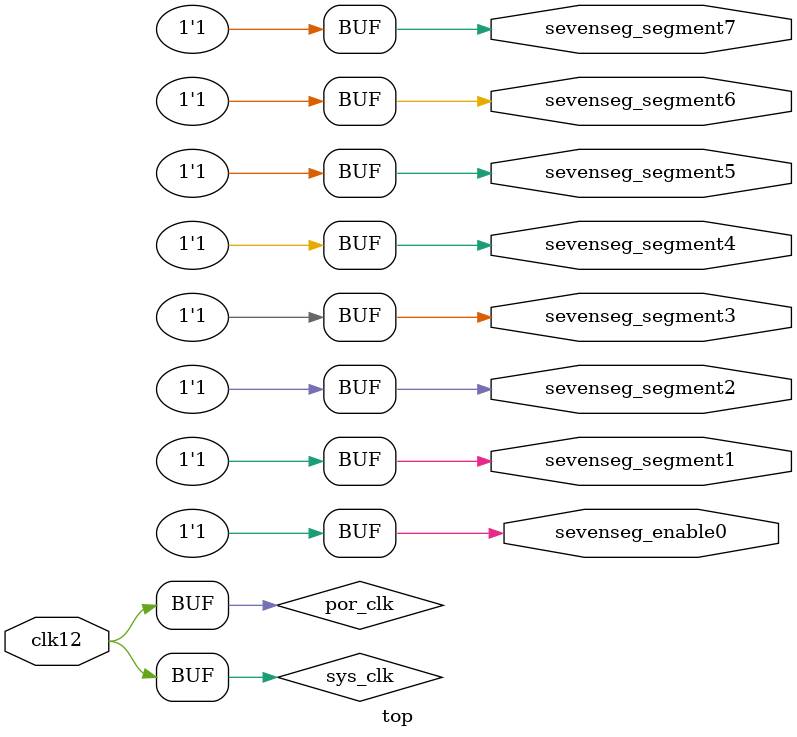
<source format=v>
/* Machine-generated using Migen */
module top(
	output sevenseg_segment7,
	output sevenseg_segment6,
	output sevenseg_segment5,
	output sevenseg_segment4,
	output sevenseg_segment3,
	output sevenseg_segment2,
	output sevenseg_segment1,
	output sevenseg_enable0,
	input clk12
);

wire sys_clk;
wire sys_rst;
wire por_clk;
reg int_rst = 1'd1;


// Adding a dummy event (using a dummy signal 'dummy_s') to get the simulator
// to run the combinatorial process once at the beginning.
// synthesis translate_off
reg dummy_s;
initial dummy_s <= 1'd0;
// synthesis translate_on

assign sevenseg_enable0 = 1'd1;
assign sevenseg_segment7 = 1'd1;
assign sevenseg_segment6 = 1'd1;
assign sevenseg_segment5 = 1'd1;
assign sevenseg_segment4 = 1'd1;
assign sevenseg_segment3 = 1'd1;
assign sevenseg_segment2 = 1'd1;
assign sevenseg_segment1 = 1'd1;
assign sys_clk = clk12;
assign por_clk = clk12;
assign sys_rst = int_rst;

always @(posedge por_clk) begin
	int_rst <= 1'd0;
end

endmodule

</source>
